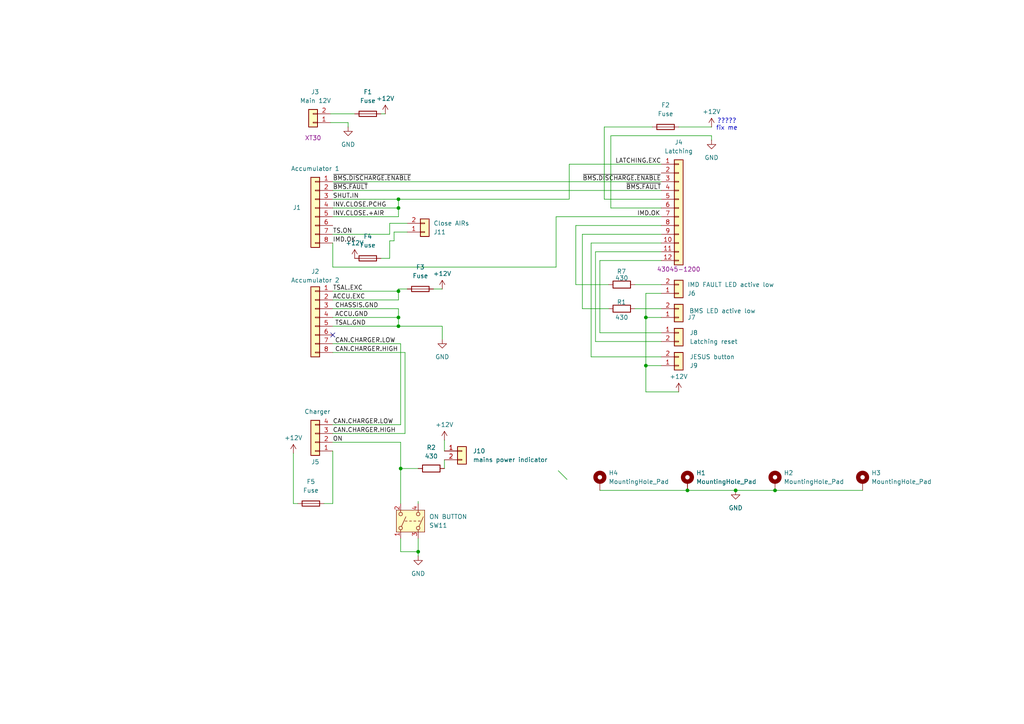
<source format=kicad_sch>
(kicad_sch (version 20250114) (generator "eeschema") (generator_version "9.0")
  (paper "A4")
  (lib_symbols
    (symbol "Connector_Generic:Conn_01x02" (pin_names (offset 1.016) (hide yes))
      (property "Reference" "J" (at 0 2.54 0))
      (property "Value" "Conn_01x02" (at 0 -5.08 0))
      (symbol "Conn_01x02_1_1"
        (rectangle (start -1.27 1.27) (end 1.27 -3.81) (stroke (width 0.254)) (fill (type background)))
        (rectangle (start -1.27 0.127) (end 0 -0.127) (stroke (width 0.1524)))
        (rectangle (start -1.27 -2.413) (end 0 -2.667) (stroke (width 0.1524)))
        (pin passive line (at -5.08 0 0) (length 3.81) (name "Pin_1") (number "1"))
        (pin passive line (at -5.08 -2.54 0) (length 3.81) (name "Pin_2") (number "2"))
      )
    )
    (symbol "Connector_Generic:Conn_01x04" (pin_names (offset 1.016) (hide yes))
      (property "Reference" "J" (at 0 5.08 0))
      (property "Value" "Conn_01x04" (at 0 -7.62 0))
      (symbol "Conn_01x04_1_1"
        (rectangle (start -1.27 3.81) (end 1.27 -6.35) (stroke (width 0.254)) (fill (type background)))
        (rectangle (start -1.27 2.667) (end 0 2.413) (stroke (width 0.1524)))
        (rectangle (start -1.27 0.127) (end 0 -0.127) (stroke (width 0.1524)))
        (rectangle (start -1.27 -2.413) (end 0 -2.667) (stroke (width 0.1524)))
        (rectangle (start -1.27 -4.953) (end 0 -5.207) (stroke (width 0.1524)))
        (pin passive line (at -5.08 2.54 0) (length 3.81) (name "Pin_1") (number "1"))
        (pin passive line (at -5.08 0 0) (length 3.81) (name "Pin_2") (number "2"))
        (pin passive line (at -5.08 -2.54 0) (length 3.81) (name "Pin_3") (number "3"))
        (pin passive line (at -5.08 -5.08 0) (length 3.81) (name "Pin_4") (number "4"))
      )
    )
    (symbol "Connector_Generic:Conn_01x08" (pin_names (offset 1.016) (hide yes))
      (property "Reference" "J" (at 0 10.16 0))
      (property "Value" "Conn_01x08" (at 0 -12.7 0))
      (symbol "Conn_01x08_1_1"
        (rectangle (start -1.27 8.89) (end 1.27 -11.43) (stroke (width 0.254)) (fill (type background)))
        (rectangle (start -1.27 7.747) (end 0 7.493) (stroke (width 0.1524)))
        (rectangle (start -1.27 5.207) (end 0 4.953) (stroke (width 0.1524)))
        (rectangle (start -1.27 2.667) (end 0 2.413) (stroke (width 0.1524)))
        (rectangle (start -1.27 0.127) (end 0 -0.127) (stroke (width 0.1524)))
        (rectangle (start -1.27 -2.413) (end 0 -2.667) (stroke (width 0.1524)))
        (rectangle (start -1.27 -4.953) (end 0 -5.207) (stroke (width 0.1524)))
        (rectangle (start -1.27 -7.493) (end 0 -7.747) (stroke (width 0.1524)))
        (rectangle (start -1.27 -10.033) (end 0 -10.287) (stroke (width 0.1524)))
        (pin passive line (at -5.08 7.62 0) (length 3.81) (name "Pin_1") (number "1"))
        (pin passive line (at -5.08 5.08 0) (length 3.81) (name "Pin_2") (number "2"))
        (pin passive line (at -5.08 2.54 0) (length 3.81) (name "Pin_3") (number "3"))
        (pin passive line (at -5.08 0 0) (length 3.81) (name "Pin_4") (number "4"))
        (pin passive line (at -5.08 -2.54 0) (length 3.81) (name "Pin_5") (number "5"))
        (pin passive line (at -5.08 -5.08 0) (length 3.81) (name "Pin_6") (number "6"))
        (pin passive line (at -5.08 -7.62 0) (length 3.81) (name "Pin_7") (number "7"))
        (pin passive line (at -5.08 -10.16 0) (length 3.81) (name "Pin_8") (number "8"))
      )
    )
    (symbol "Connector_Generic:Conn_01x12" (pin_names (offset 1.016) (hide yes))
      (property "Reference" "J" (at 0 15.24 0))
      (property "Value" "Conn_01x12" (at 0 -17.78 0))
      (symbol "Conn_01x12_1_1"
        (rectangle (start -1.27 13.97) (end 1.27 -16.51) (stroke (width 0.254)) (fill (type background)))
        (rectangle (start -1.27 12.827) (end 0 12.573) (stroke (width 0.1524)))
        (rectangle (start -1.27 10.287) (end 0 10.033) (stroke (width 0.1524)))
        (rectangle (start -1.27 7.747) (end 0 7.493) (stroke (width 0.1524)))
        (rectangle (start -1.27 5.207) (end 0 4.953) (stroke (width 0.1524)))
        (rectangle (start -1.27 2.667) (end 0 2.413) (stroke (width 0.1524)))
        (rectangle (start -1.27 0.127) (end 0 -0.127) (stroke (width 0.1524)))
        (rectangle (start -1.27 -2.413) (end 0 -2.667) (stroke (width 0.1524)))
        (rectangle (start -1.27 -4.953) (end 0 -5.207) (stroke (width 0.1524)))
        (rectangle (start -1.27 -7.493) (end 0 -7.747) (stroke (width 0.1524)))
        (rectangle (start -1.27 -10.033) (end 0 -10.287) (stroke (width 0.1524)))
        (rectangle (start -1.27 -12.573) (end 0 -12.827) (stroke (width 0.1524)))
        (rectangle (start -1.27 -15.113) (end 0 -15.367) (stroke (width 0.1524)))
        (pin passive line (at -5.08 12.7 0) (length 3.81) (name "Pin_1") (number "1"))
        (pin passive line (at -5.08 10.16 0) (length 3.81) (name "Pin_2") (number "2"))
        (pin passive line (at -5.08 7.62 0) (length 3.81) (name "Pin_3") (number "3"))
        (pin passive line (at -5.08 5.08 0) (length 3.81) (name "Pin_4") (number "4"))
        (pin passive line (at -5.08 2.54 0) (length 3.81) (name "Pin_5") (number "5"))
        (pin passive line (at -5.08 0 0) (length 3.81) (name "Pin_6") (number "6"))
        (pin passive line (at -5.08 -2.54 0) (length 3.81) (name "Pin_7") (number "7"))
        (pin passive line (at -5.08 -5.08 0) (length 3.81) (name "Pin_8") (number "8"))
        (pin passive line (at -5.08 -7.62 0) (length 3.81) (name "Pin_9") (number "9"))
        (pin passive line (at -5.08 -10.16 0) (length 3.81) (name "Pin_10") (number "10"))
        (pin passive line (at -5.08 -12.7 0) (length 3.81) (name "Pin_11") (number "11"))
        (pin passive line (at -5.08 -15.24 0) (length 3.81) (name "Pin_12") (number "12"))
      )
    )
    (symbol "Device:Fuse" (pin_numbers (hide yes)) (pin_names (offset 0))
      (property "Reference" "F" (at 2.032 0 90))
      (property "Value" "Fuse" (at -1.905 0 90))
      (symbol "Fuse_0_1"
        (rectangle (start -0.762 -2.54) (end 0.762 2.54) (stroke (width 0.254)))
        (polyline (pts (xy 0 2.54) (xy 0 -2.54)))
      )
      (symbol "Fuse_1_1"
        (pin passive line (at 0 3.81 270) (length 1.27) (name "~") (number "1"))
        (pin passive line (at 0 -3.81 90) (length 1.27) (name "~") (number "2"))
      )
    )
    (symbol "Device:R" (pin_numbers (hide yes)) (pin_names (offset 0))
      (property "Reference" "R" (at 2.032 0 90))
      (property "Value" "R" (at 0 0 90))
      (symbol "R_0_1"
        (rectangle (start -1.016 -2.54) (end 1.016 2.54) (stroke (width 0.254)))
      )
      (symbol "R_1_1"
        (pin passive line (at 0 3.81 270) (length 1.27) (name "~") (number "1"))
        (pin passive line (at 0 -3.81 90) (length 1.27) (name "~") (number "2"))
      )
    )
    (symbol "Mechanical:MountingHole_Pad" (pin_numbers (hide yes)) (pin_names (offset 1.016) (hide yes)) (in_bom no)
      (property "Reference" "H" (at 0 6.35 0))
      (property "Value" "MountingHole_Pad" (at 0 4.445 0))
      (symbol "MountingHole_Pad_0_1"
        (circle (center 0 1.27) (radius 1.27) (stroke (width 1.27)))
      )
      (symbol "MountingHole_Pad_1_1"
        (pin input line (at 0 -2.54 90) (length 2.54) (name "1") (number "1"))
      )
    )
    (symbol "Switch:SW_DPST" (pin_names (offset 0) (hide yes))
      (property "Reference" "SW" (at 0 6.35 0))
      (property "Value" "SW_DPST" (at 0 -5.08 0))
      (symbol "SW_DPST_0_0"
        (circle (center -2.032 2.54) (radius 0.508))
        (circle (center -2.032 -2.54) (radius 0.508))
        (polyline (pts (xy -1.524 2.794) (xy 1.27 4.064)))
        (polyline (pts (xy -1.524 -2.286) (xy 1.27 -1.016)))
        (polyline (pts (xy 0 2.54) (xy 0 3.175)))
        (polyline (pts (xy 0 1.27) (xy 0 1.905)))
        (polyline (pts (xy 0 0) (xy 0 0.635)))
        (polyline (pts (xy 0 -1.27) (xy 0 -0.635)))
        (circle (center 2.032 2.54) (radius 0.508))
        (circle (center 2.032 -2.54) (radius 0.508))
      )
      (symbol "SW_DPST_1_1"
        (rectangle (start -3.175 4.445) (end 3.175 -3.81) (fill (type background)))
        (pin passive line (at -5.08 2.54 0) (length 2.54) (name "3") (number "3"))
        (pin passive line (at -5.08 -2.54 0) (length 2.54) (name "1") (number "1"))
        (pin passive line (at 5.08 2.54 180) (length 2.54) (name "4") (number "4"))
        (pin passive line (at 5.08 -2.54 180) (length 2.54) (name "2") (number "2"))
      )
    )
    (symbol "power:+12V" (power) (pin_numbers (hide yes)) (pin_names (offset 0) (hide yes))
      (property "Value" "+12V" (at 0 3.556 0))
      (symbol "+12V_0_1"
        (polyline (pts (xy -0.762 1.27) (xy 0 2.54)))
        (polyline (pts (xy 0 2.54) (xy 0.762 1.27)))
        (polyline (pts (xy 0 0) (xy 0 2.54)))
      )
      (symbol "+12V_1_1"
        (pin power_in line (at 0 0 90) (length 0) (name "~") (number "1"))
      )
    )
    (symbol "power:GND" (power) (pin_numbers (hide yes)) (pin_names (offset 0) (hide yes))
      (property "Value" "GND" (at 0 -3.81 0))
      (symbol "GND_0_1"
        (polyline (pts (xy 0 0) (xy 0 -1.27) (xy 1.27 -1.27) (xy 0 -2.54) (xy -1.27 -1.27) (xy 0 -1.27)))
      )
      (symbol "GND_1_1"
        (pin power_in line (at 0 0 270) (length 0) (name "~") (number "1"))
      )
    )
  )
  (text "?????\nfix me\n" (at 210.82 36.195 0) (effects (font (size 1.27 1.27))))
  (junction (at 187.325 106.045))
  (junction (at 116.205 135.89))
  (junction (at 187.325 92.075))
  (junction (at 115.57 92.075))
  (junction (at 115.57 94.615))
  (junction (at 224.79 142.24))
  (junction (at 213.36 142.24))
  (junction (at 121.285 160.02))
  (junction (at 199.39 142.24))
  (junction (at 115.57 60.325))
  (junction (at 115.57 84.455))
  (junction (at 115.57 57.785))
  (no_connect (at 96.52 97.155))
  (bus_entry (at 161.925 136.525) (size 2.54 2.54))
  (wire (pts (xy 95.885 33.02) (xy 102.87 33.02)))
  (wire (pts (xy 96.52 99.695) (xy 116.205 99.695)))
  (wire (pts (xy 191.77 73.025) (xy 172.72 73.025)))
  (wire (pts (xy 167.005 82.55) (xy 176.53 82.55)))
  (wire (pts (xy 177.165 39.37) (xy 177.165 60.325)))
  (wire (pts (xy 187.325 106.045) (xy 191.77 106.045)))
  (wire (pts (xy 173.99 75.565) (xy 173.99 96.52)))
  (wire (pts (xy 96.52 123.19) (xy 116.205 123.19)))
  (wire (pts (xy 187.325 92.075) (xy 191.77 92.075)))
  (wire (pts (xy 128.905 127.635) (xy 128.905 130.81)))
  (wire (pts (xy 96.52 146.05) (xy 96.52 130.81)))
  (wire (pts (xy 173.99 142.24) (xy 199.39 142.24)))
  (wire (pts (xy 115.57 83.82) (xy 118.11 83.82)))
  (wire (pts (xy 206.375 39.37) (xy 206.375 40.64)))
  (wire (pts (xy 187.325 92.075) (xy 187.325 106.045)))
  (wire (pts (xy 165.1 47.625) (xy 165.1 57.785)))
  (wire (pts (xy 172.72 73.025) (xy 172.72 99.06)))
  (wire (pts (xy 96.52 55.245) (xy 191.77 55.245)))
  (wire (pts (xy 177.165 39.37) (xy 206.375 39.37)))
  (wire (pts (xy 116.205 135.89) (xy 116.205 146.05)))
  (wire (pts (xy 172.72 99.06) (xy 191.77 99.06)))
  (wire (pts (xy 117.475 102.235) (xy 117.475 125.73)))
  (wire (pts (xy 100.965 35.56) (xy 95.885 35.56)))
  (wire (pts (xy 121.285 145.415) (xy 121.285 146.05)))
  (wire (pts (xy 116.205 156.21) (xy 116.205 160.02)))
  (wire (pts (xy 199.39 142.24) (xy 213.36 142.24)))
  (wire (pts (xy 115.57 94.615) (xy 115.57 92.075)))
  (wire (pts (xy 191.77 75.565) (xy 173.99 75.565)))
  (wire (pts (xy 96.52 94.615) (xy 115.57 94.615)))
  (wire (pts (xy 116.205 128.27) (xy 116.205 135.89)))
  (wire (pts (xy 115.57 92.075) (xy 115.57 89.535)))
  (wire (pts (xy 93.98 146.05) (xy 96.52 146.05)))
  (wire (pts (xy 168.91 89.535) (xy 176.53 89.535)))
  (wire (pts (xy 121.285 156.21) (xy 121.285 160.02)))
  (wire (pts (xy 161.29 77.47) (xy 161.29 62.865)))
  (wire (pts (xy 128.27 94.615) (xy 115.57 94.615)))
  (wire (pts (xy 175.26 36.83) (xy 189.23 36.83)))
  (wire (pts (xy 96.52 62.865) (xy 115.57 62.865)))
  (wire (pts (xy 114.3 69.85) (xy 113.03 69.85)))
  (wire (pts (xy 125.73 83.82) (xy 128.27 83.82)))
  (wire (pts (xy 167.005 65.405) (xy 191.77 65.405)))
  (wire (pts (xy 191.77 60.325) (xy 177.165 60.325)))
  (wire (pts (xy 175.26 36.83) (xy 175.26 57.785)))
  (wire (pts (xy 184.15 89.535) (xy 191.77 89.535)))
  (wire (pts (xy 96.52 52.705) (xy 191.77 52.705)))
  (wire (pts (xy 96.52 77.47) (xy 161.29 77.47)))
  (wire (pts (xy 96.52 60.325) (xy 115.57 60.325)))
  (wire (pts (xy 100.965 36.83) (xy 100.965 35.56)))
  (wire (pts (xy 115.57 86.995) (xy 115.57 84.455)))
  (wire (pts (xy 96.52 128.27) (xy 116.205 128.27)))
  (wire (pts (xy 114.3 67.31) (xy 114.3 69.85)))
  (wire (pts (xy 113.03 74.93) (xy 110.49 74.93)))
  (wire (pts (xy 118.11 67.31) (xy 114.3 67.31)))
  (wire (pts (xy 171.45 70.485) (xy 191.77 70.485)))
  (wire (pts (xy 115.57 57.785) (xy 115.57 60.325)))
  (wire (pts (xy 121.285 160.02) (xy 121.285 161.29)))
  (wire (pts (xy 110.49 33.02) (xy 111.76 33.02)))
  (wire (pts (xy 128.905 133.35) (xy 128.905 135.89)))
  (wire (pts (xy 85.09 131.445) (xy 85.09 146.05)))
  (wire (pts (xy 115.57 60.325) (xy 115.57 62.865)))
  (wire (pts (xy 113.03 69.85) (xy 113.03 74.93)))
  (wire (pts (xy 96.52 92.075) (xy 115.57 92.075)))
  (wire (pts (xy 96.52 125.73) (xy 117.475 125.73)))
  (wire (pts (xy 115.57 57.785) (xy 165.1 57.785)))
  (wire (pts (xy 187.325 85.09) (xy 187.325 92.075)))
  (wire (pts (xy 85.09 146.05) (xy 86.36 146.05)))
  (wire (pts (xy 116.205 160.02) (xy 121.285 160.02)))
  (wire (pts (xy 224.79 142.24) (xy 250.19 142.24)))
  (wire (pts (xy 128.27 98.425) (xy 128.27 94.615)))
  (wire (pts (xy 161.29 62.865) (xy 191.77 62.865)))
  (wire (pts (xy 96.52 57.785) (xy 115.57 57.785)))
  (wire (pts (xy 187.325 106.045) (xy 187.325 113.665)))
  (wire (pts (xy 115.57 89.535) (xy 96.52 89.535)))
  (wire (pts (xy 191.77 85.09) (xy 187.325 85.09)))
  (wire (pts (xy 116.205 135.89) (xy 121.285 135.89)))
  (wire (pts (xy 167.005 82.55) (xy 167.005 65.405)))
  (wire (pts (xy 191.77 103.505) (xy 171.45 103.505)))
  (wire (pts (xy 96.52 102.235) (xy 117.475 102.235)))
  (wire (pts (xy 165.1 47.625) (xy 191.77 47.625)))
  (wire (pts (xy 175.26 57.785) (xy 191.77 57.785)))
  (wire (pts (xy 196.85 36.83) (xy 206.375 36.83)))
  (wire (pts (xy 116.205 99.695) (xy 116.205 123.19)))
  (wire (pts (xy 173.99 96.52) (xy 191.77 96.52)))
  (wire (pts (xy 115.57 83.82) (xy 115.57 84.455)))
  (wire (pts (xy 113.03 67.945) (xy 113.03 64.77)))
  (wire (pts (xy 184.15 82.55) (xy 191.77 82.55)))
  (wire (pts (xy 187.325 113.665) (xy 196.85 113.665)))
  (wire (pts (xy 96.52 84.455) (xy 115.57 84.455)))
  (wire (pts (xy 96.52 67.945) (xy 113.03 67.945)))
  (wire (pts (xy 96.52 86.995) (xy 115.57 86.995)))
  (wire (pts (xy 191.77 67.945) (xy 168.91 67.945)))
  (wire (pts (xy 96.52 70.485) (xy 96.52 77.47)))
  (wire (pts (xy 171.45 103.505) (xy 171.45 70.485)))
  (wire (pts (xy 213.36 142.24) (xy 224.79 142.24)))
  (wire (pts (xy 168.91 67.945) (xy 168.91 89.535)))
  (wire (pts (xy 113.03 64.77) (xy 118.11 64.77)))
  (label "CAN.CHARGER.LOW" (at 97.155 99.695 0))
  (label "INV.CLOSE.+AIR" (at 96.52 62.865 0))
  (label "~{BMS.DISCHARGE.ENABLE}" (at 191.77 52.705 180))
  (label "IMD.OK" (at 96.52 70.485 0))
  (label "ON" (at 96.52 128.27 0))
  (label "IMD.OK" (at 184.785 62.865 0))
  (label "TS.ON" (at 96.52 67.945 0))
  (label "~{BMS.FAULT}" (at 96.52 55.245 0))
  (label "TSAL.GND" (at 97.155 94.615 0))
  (label "LATCHING.EXC" (at 191.77 47.625 180))
  (label "CAN.CHARGER.HIGH" (at 96.52 125.73 0))
  (label "TSAL.EXC" (at 96.52 84.455 0))
  (label "INV.CLOSE.PCHG" (at 96.52 60.325 0))
  (label "ACCU.GND" (at 97.155 92.075 0))
  (label "~{BMS.DISCHARGE.ENABLE}" (at 96.52 52.705 0))
  (label "CHASSIS.GND" (at 97.155 89.535 0))
  (label "SHUT.IN" (at 96.52 57.785 0))
  (label "~{BMS.FAULT}" (at 191.77 55.245 180))
  (label "CAN.CHARGER.LOW" (at 96.52 123.19 0))
  (label "ACCU.EXC" (at 96.52 86.995 0))
  (label "CAN.CHARGER.HIGH" (at 97.155 102.235 0))
  (symbol (lib_id "power:GND") (at 128.27 98.425 0) (unit 1)
    (property "Reference" "#PWR04" (effects (hide yes)))
    (property "Value" "GND" (at 128.27 103.505 0))
    (property "Description" "Power symbol creates a global label with name \"GND\" , ground" (effects (hide yes)))
  )
  (symbol (lib_id "Device:Fuse") (at 121.92 83.82 90) (unit 1)
    (property "Reference" "F3" (at 121.92 77.47 90))
    (property "Value" "Fuse" (at 121.92 80.01 90))
    (property "Footprint" "Fuse:Fuse_0603_1608Metric" (effects (hide yes)))
    (property "Description" "Fuse" (effects (hide yes)))
  )
  (symbol (lib_id "power:GND") (at 121.285 161.29 0) (unit 1)
    (property "Reference" "#PWR09" (effects (hide yes)))
    (property "Value" "GND" (at 121.285 166.37 0))
    (property "Description" "Power symbol creates a global label with name \"GND\" , ground" (effects (hide yes)))
  )
  (symbol (lib_id "Connector_Generic:Conn_01x02") (at 196.85 96.52 0) (unit 1)
    (property "Reference" "J8" (at 200.025 96.5199 0) (effects (justify left)))
    (property "Value" "Latching reset" (at 200.025 99.0599 0) (effects (justify left)))
    (property "Footprint" "Connector_Molex:Molex_Micro-Fit_3.0_43045-0200_2x01_P3.00mm_Horizontal" (effects (hide yes)))
    (property "Description" "Generic connector, single row, 01x02, script generated (kicad-library-utils/schlib/autogen/connector/)" (effects (hide yes)))
  )
  (symbol (lib_id "Connector_Generic:Conn_01x02") (at 196.85 106.045 0) (mirror x) (unit 1)
    (property "Reference" "J9" (at 200.025 106.0451 0) (effects (justify left)))
    (property "Value" "JESUS button" (at 200.025 103.5051 0) (effects (justify left)))
    (property "Footprint" "Connector_Molex:Molex_Micro-Fit_3.0_43045-0200_2x01_P3.00mm_Horizontal" (effects (hide yes)))
    (property "Description" "Generic connector, single row, 01x02, script generated (kicad-library-utils/schlib/autogen/connector/)" (effects (hide yes)))
  )
  (symbol (lib_id "power:+12V") (at 85.09 131.445 0) (unit 1)
    (property "Reference" "#PWR011" (effects (hide yes)))
    (property "Value" "+12V" (at 85.09 127 0))
    (property "Description" "Power symbol creates a global label with name \"+12V\"" (effects (hide yes)))
  )
  (symbol (lib_id "Connector_Generic:Conn_01x02") (at 196.85 92.075 0) (mirror x) (unit 1)
    (property "Reference" "J7" (at 199.39 92.0751 0) (effects (justify left)))
    (property "Value" "BMS LED active low" (at 199.898 90.17 0) (effects (justify left)))
    (property "Footprint" "Connector_Molex:Molex_Micro-Fit_3.0_43045-0200_2x01_P3.00mm_Horizontal" (effects (hide yes)))
    (property "Description" "Generic connector, single row, 01x02, script generated (kicad-library-utils/schlib/autogen/connector/)" (effects (hide yes)))
  )
  (symbol (lib_id "Connector_Generic:Conn_01x12") (at 196.85 60.325 0) (unit 1)
    (property "Reference" "J4" (at 196.85 41.275 0))
    (property "Value" "Latching" (at 196.85 43.815 0))
    (property "Footprint" "Connector_Molex:Molex_Micro-Fit_3.0_43045-1200_2x06_P3.00mm_Horizontal" (effects (hide yes)))
    (property "Description" "Generic connector, single row, 01x12, script generated (kicad-library-utils/schlib/autogen/connector/)" (effects (hide yes)))
    (property "P/N" "43045-1200" (at 196.85 78.105 0))
  )
  (symbol (lib_id "Connector_Generic:Conn_01x02") (at 196.85 85.09 0) (mirror x) (unit 1)
    (property "Reference" "J6" (at 199.39 85.0901 0) (effects (justify left)))
    (property "Value" "IMD FAULT LED active low" (at 199.39 82.5501 0) (effects (justify left)))
    (property "Footprint" "Connector_Molex:Molex_Micro-Fit_3.0_43045-0200_2x01_P3.00mm_Horizontal" (effects (hide yes)))
    (property "Description" "Generic connector, single row, 01x02, script generated (kicad-library-utils/schlib/autogen/connector/)" (effects (hide yes)))
  )
  (symbol (lib_id "Mechanical:MountingHole_Pad") (at 199.39 139.7 0) (unit 1) (in_bom no)
    (property "Reference" "H1" (at 201.93 137.1599 0) (effects (justify left)))
    (property "Value" "MountingHole_Pad" (at 201.93 139.6999 0) (effects (justify left)))
    (property "Footprint" "MountingHole:MountingHole_3.2mm_M3_DIN965_Pad_TopBottom" (effects (hide yes)))
    (property "Description" "Mounting Hole with connection" (effects (hide yes)))
  )
  (symbol (lib_id "power:+12V") (at 102.87 74.93 0) (unit 1)
    (property "Reference" "#PWR010" (effects (hide yes)))
    (property "Value" "+12V" (at 102.87 70.485 0))
    (property "Description" "Power symbol creates a global label with name \"+12V\"" (effects (hide yes)))
  )
  (symbol (lib_id "Connector_Generic:Conn_01x08") (at 91.44 60.325 0) (mirror y) (unit 1)
    (property "Reference" "J1" (at 86.106 60.198 0))
    (property "Value" "Accumulator 1" (at 91.44 48.895 0))
    (property "Footprint" "Connector_Molex:Molex_Micro-Fit_3.0_43045-0800_2x04_P3.00mm_Horizontal" (effects (hide yes)))
    (property "Description" "Generic connector, single row, 01x08, script generated (kicad-library-utils/schlib/autogen/connector/)" (effects (hide yes)))
  )
  (symbol (lib_id "power:GND") (at 100.965 36.83 0) (unit 1)
    (property "Reference" "#PWR02" (effects (hide yes)))
    (property "Value" "GND" (at 100.965 41.91 0))
    (property "Description" "Power symbol creates a global label with name \"GND\" , ground" (effects (hide yes)))
  )
  (symbol (lib_id "power:+12V") (at 128.905 127.635 0) (unit 1)
    (property "Reference" "#PWR08" (effects (hide yes)))
    (property "Value" "+12V" (at 128.905 123.19 0))
    (property "Description" "Power symbol creates a global label with name \"+12V\"" (effects (hide yes)))
  )
  (symbol (lib_id "power:+12V") (at 206.375 36.83 0) (unit 1)
    (property "Reference" "#PWR05" (effects (hide yes)))
    (property "Value" "+12V" (at 206.375 32.385 0))
    (property "Description" "Power symbol creates a global label with name \"+12V\"" (effects (hide yes)))
  )
  (symbol (lib_id "power:+12V") (at 128.27 83.82 0) (unit 1)
    (property "Reference" "#PWR03" (effects (hide yes)))
    (property "Value" "+12V" (at 128.27 79.375 0))
    (property "Description" "Power symbol creates a global label with name \"+12V\"" (effects (hide yes)))
  )
  (symbol (lib_id "Device:Fuse") (at 106.68 74.93 90) (unit 1)
    (property "Reference" "F4" (at 106.68 68.58 90))
    (property "Value" "Fuse" (at 106.68 71.12 90))
    (property "Footprint" "Fuse:Fuse_0603_1608Metric" (effects (hide yes)))
    (property "Description" "Fuse" (effects (hide yes)))
  )
  (symbol (lib_id "Mechanical:MountingHole_Pad") (at 224.79 139.7 0) (unit 1) (in_bom no)
    (property "Reference" "H2" (at 227.33 137.1599 0) (effects (justify left)))
    (property "Value" "MountingHole_Pad" (at 227.33 139.6999 0) (effects (justify left)))
    (property "Footprint" "MountingHole:MountingHole_3.2mm_M3_DIN965_Pad_TopBottom" (effects (hide yes)))
    (property "Description" "Mounting Hole with connection" (effects (hide yes)))
  )
  (symbol (lib_id "Device:R") (at 125.095 135.89 270) (unit 1)
    (property "Reference" "R2" (at 125.095 129.794 90))
    (property "Value" "430" (at 125.095 132.334 90))
    (property "Footprint" "Resistor_SMD:R_0805_2012Metric_Pad1.20x1.40mm_HandSolder" (effects (hide yes)))
    (property "Description" "Resistor" (effects (hide yes)))
  )
  (symbol (lib_id "Device:R") (at 180.34 82.55 90) (unit 1)
    (property "Reference" "R7" (at 181.61 78.74 90) (effects (justify left)))
    (property "Value" "430" (at 182.245 80.645 90) (effects (justify left)))
    (property "Footprint" "Resistor_SMD:R_0805_2012Metric_Pad1.20x1.40mm_HandSolder" (effects (hide yes)))
    (property "Description" "Resistor" (effects (hide yes)))
  )
  (symbol (lib_id "power:GND") (at 213.36 142.24 0) (unit 1)
    (property "Reference" "#PWR012" (effects (hide yes)))
    (property "Value" "GND" (at 213.36 147.32 0))
    (property "Description" "Power symbol creates a global label with name \"GND\" , ground" (effects (hide yes)))
  )
  (symbol (lib_id "Connector_Generic:Conn_01x02") (at 133.985 130.81 0) (unit 1)
    (property "Reference" "J10" (at 137.16 130.8099 0) (effects (justify left)))
    (property "Value" "mains power indicator" (at 137.16 133.3499 0) (effects (justify left)))
    (property "Footprint" "Connector_Molex:Molex_Micro-Fit_3.0_43045-0200_2x01_P3.00mm_Horizontal" (effects (hide yes)))
    (property "Description" "Generic connector, single row, 01x02, script generated (kicad-library-utils/schlib/autogen/connector/)" (effects (hide yes)))
  )
  (symbol (lib_id "Connector_Generic:Conn_01x08") (at 91.44 92.075 0) (mirror y) (unit 1)
    (property "Reference" "J2" (at 91.44 78.74 0))
    (property "Value" "Accumulator 2" (at 91.44 81.28 0))
    (property "Footprint" "Connector_Molex:Molex_Micro-Fit_3.0_43045-0800_2x04_P3.00mm_Horizontal" (effects (hide yes)))
    (property "Description" "Generic connector, single row, 01x08, script generated (kicad-library-utils/schlib/autogen/connector/)" (effects (hide yes)))
  )
  (symbol (lib_id "Connector_Generic:Conn_01x02") (at 123.19 67.31 0) (mirror x) (unit 1)
    (property "Reference" "J11" (at 125.73 67.3101 0) (effects (justify left)))
    (property "Value" "Close AIRs" (at 125.73 64.7701 0) (effects (justify left)))
    (property "Footprint" "Connector_Molex:Molex_Micro-Fit_3.0_43045-0200_2x01_P3.00mm_Horizontal" (effects (hide yes)))
    (property "Description" "Generic connector, single row, 01x02, script generated (kicad-library-utils/schlib/autogen/connector/)" (effects (hide yes)))
  )
  (symbol (lib_id "Mechanical:MountingHole_Pad") (at 250.19 139.7 0) (unit 1) (in_bom no)
    (property "Reference" "H3" (at 252.73 137.1599 0) (effects (justify left)))
    (property "Value" "MountingHole_Pad" (at 252.73 139.6999 0) (effects (justify left)))
    (property "Footprint" "MountingHole:MountingHole_3.2mm_M3_DIN965_Pad_TopBottom" (effects (hide yes)))
    (property "Description" "Mounting Hole with connection" (effects (hide yes)))
  )
  (symbol (lib_id "Device:R") (at 180.34 89.535 90) (unit 1)
    (property "Reference" "R1" (at 181.61 87.63 90) (effects (justify left)))
    (property "Value" "430" (at 182.245 92.075 90) (effects (justify left)))
    (property "Footprint" "Resistor_SMD:R_0805_2012Metric_Pad1.20x1.40mm_HandSolder" (effects (hide yes)))
    (property "Description" "Resistor" (effects (hide yes)))
  )
  (symbol (lib_id "Device:Fuse") (at 90.17 146.05 90) (unit 1)
    (property "Reference" "F5" (at 90.17 139.7 90))
    (property "Value" "Fuse" (at 90.17 142.24 90))
    (property "Footprint" "Fuse:Fuse_0603_1608Metric" (effects (hide yes)))
    (property "Description" "Fuse" (effects (hide yes)))
  )
  (symbol (lib_id "Device:Fuse") (at 106.68 33.02 90) (unit 1)
    (property "Reference" "F1" (at 106.68 26.67 90))
    (property "Value" "Fuse" (at 106.68 29.21 90))
    (property "Footprint" "Fuse:Fuse_0603_1608Metric" (effects (hide yes)))
    (property "Description" "Fuse" (effects (hide yes)))
  )
  (symbol (lib_id "power:+12V") (at 111.76 33.02 0) (unit 1)
    (property "Reference" "#PWR01" (effects (hide yes)))
    (property "Value" "+12V" (at 111.76 28.575 0))
    (property "Description" "Power symbol creates a global label with name \"+12V\"" (effects (hide yes)))
  )
  (symbol (lib_id "power:GND") (at 206.375 40.64 0) (unit 1)
    (property "Reference" "#PWR06" (effects (hide yes)))
    (property "Value" "GND" (at 206.375 45.72 0))
    (property "Description" "Power symbol creates a global label with name \"GND\" , ground" (effects (hide yes)))
  )
  (symbol (lib_id "Mechanical:MountingHole_Pad") (at 173.99 139.7 0) (unit 1) (in_bom no)
    (property "Reference" "H4" (at 176.53 137.1599 0) (effects (justify left)))
    (property "Value" "MountingHole_Pad" (at 176.53 139.6999 0) (effects (justify left)))
    (property "Footprint" "MountingHole:MountingHole_3.2mm_M3_DIN965_Pad_TopBottom" (effects (hide yes)))
    (property "Description" "Mounting Hole with connection" (effects (hide yes)))
  )
  (symbol (lib_id "Connector_Generic:Conn_01x04") (at 91.44 128.27 180) (unit 1)
    (property "Reference" "J5" (at 91.44 133.985 0))
    (property "Value" "Charger" (at 92.075 119.38 0))
    (property "Footprint" "Connector_Molex:Molex_Micro-Fit_3.0_43045-0400_2x02_P3.00mm_Horizontal" (effects (hide yes)))
    (property "Description" "Generic connector, single row, 01x04, script generated (kicad-library-utils/schlib/autogen/connector/)" (effects (hide yes)))
  )
  (symbol (lib_id "Switch:SW_DPST") (at 118.745 151.13 270) (mirror x) (unit 1)
    (property "Reference" "SW11" (at 124.46 152.4001 90) (effects (justify left)))
    (property "Value" "ON BUTTON" (at 124.46 149.8601 90) (effects (justify left)))
    (property "Footprint" "Connector_Molex:Molex_Micro-Fit_3.0_43045-0200_2x01_P3.00mm_Horizontal" (effects (hide yes)))
    (property "Description" "Double Pole Single Throw (DPST) Switch" (effects (hide yes)))
  )
  (symbol (lib_id "Connector_Generic:Conn_01x02") (at 90.805 35.56 180) (unit 1)
    (property "Reference" "J3" (at 90.17 26.67 0) (effects (justify right)))
    (property "Value" "Main 12V" (at 86.995 29.21 0) (effects (justify right)))
    (property "Footprint" "Connector_AMASS:AMASS_XT30PW-M_1x02_P2.50mm_Horizontal" (effects (hide yes)))
    (property "Description" "Generic connector, single row, 01x02, script generated (kicad-library-utils/schlib/autogen/connector/)" (effects (hide yes)))
    (property "P/N" "XT30" (at 90.805 40.005 0))
  )
  (symbol (lib_id "Device:Fuse") (at 193.04 36.83 90) (unit 1)
    (property "Reference" "F2" (at 193.04 30.48 90))
    (property "Value" "Fuse" (at 193.04 33.02 90))
    (property "Footprint" "Fuse:Fuse_0603_1608Metric" (effects (hide yes)))
    (property "Description" "Fuse" (effects (hide yes)))
  )
  (symbol (lib_id "power:+12V") (at 196.85 113.665 0) (unit 1)
    (property "Reference" "#PWR07" (effects (hide yes)))
    (property "Value" "+12V" (at 196.85 109.22 0))
    (property "Description" "Power symbol creates a global label with name \"+12V\"" (effects (hide yes)))
  )
)
</source>
